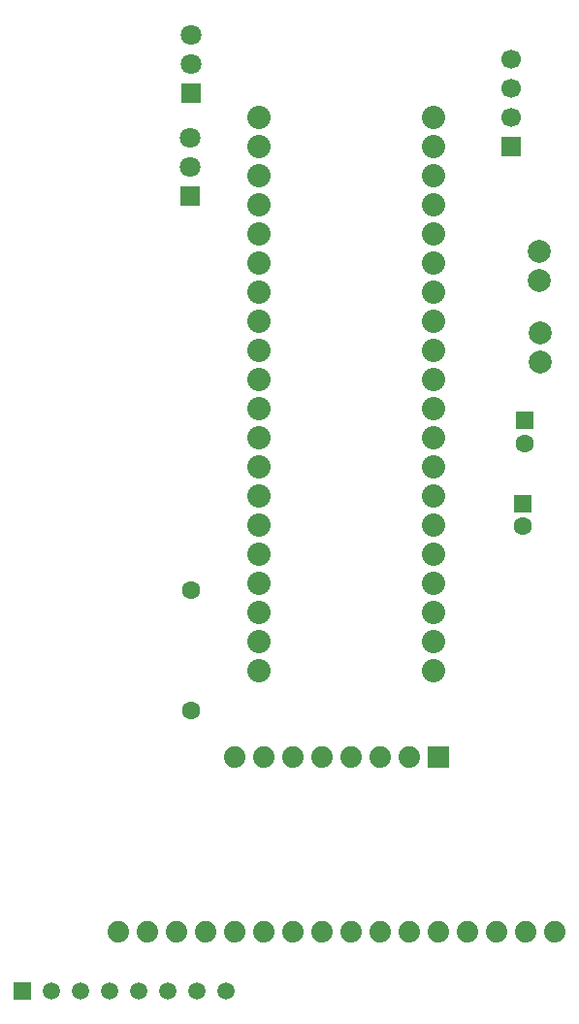
<source format=gbl>
G04 Layer: BottomLayer*
G04 EasyEDA v6.5.23, 2023-05-10 17:44:45*
G04 879318d257fd408eaa7c897814ac9686,36dc43ecd37a4a90800178a54734e8d5,10*
G04 Gerber Generator version 0.2*
G04 Scale: 100 percent, Rotated: No, Reflected: No *
G04 Dimensions in millimeters *
G04 leading zeros omitted , absolute positions ,4 integer and 5 decimal *
%FSLAX45Y45*%
%MOMM*%

%AMMACRO1*21,1,$1,$2,0,0,$3*%
%ADD10R,1.7000X1.7000*%
%ADD11C,1.7000*%
%ADD12C,1.8000*%
%ADD13R,1.8000X1.8000*%
%ADD14C,1.8796*%
%ADD15MACRO1,1.8796X1.8796X90.0000*%
%ADD16C,1.6000*%
%ADD17C,2.0320*%
%ADD18R,1.5000X1.5000*%
%ADD19C,1.5000*%
%ADD20R,1.6000X1.6000*%
%ADD21C,2.0000*%

%LPD*%
D10*
G01*
X4445000Y-1435100D03*
D11*
G01*
X4445000Y-1181100D03*
G01*
X4445000Y-927100D03*
G01*
X4445000Y-673100D03*
D12*
G01*
X1651000Y-457200D03*
G01*
X1651000Y-711200D03*
D13*
G01*
X1651000Y-965200D03*
D12*
G01*
X1638300Y-1358900D03*
G01*
X1638300Y-1612900D03*
D13*
G01*
X1638300Y-1866900D03*
D14*
G01*
X4826000Y-8280400D03*
G01*
X4572000Y-8280400D03*
G01*
X4318000Y-8280400D03*
G01*
X4064000Y-8280400D03*
G01*
X3810000Y-8280400D03*
G01*
X3556000Y-8280400D03*
G01*
X3302000Y-8280400D03*
G01*
X3048000Y-8280400D03*
G01*
X2794000Y-8280400D03*
G01*
X2540000Y-8280400D03*
G01*
X2286000Y-8280400D03*
G01*
X2032000Y-8280400D03*
G01*
X1778000Y-8280400D03*
G01*
X1524000Y-8280400D03*
G01*
X1270000Y-8280400D03*
G01*
X1016000Y-8280400D03*
D15*
G01*
X3810000Y-6756400D03*
D14*
G01*
X3556000Y-6756400D03*
G01*
X3302000Y-6756400D03*
G01*
X3048000Y-6756400D03*
G01*
X2794000Y-6756400D03*
G01*
X2540000Y-6756400D03*
G01*
X2286000Y-6756400D03*
G01*
X2032000Y-6756400D03*
D16*
G01*
X1651000Y-6354305D03*
G01*
X1651000Y-5304294D03*
D17*
G01*
X3769359Y-6004560D03*
G01*
X3769359Y-5750560D03*
G01*
X3769359Y-5496560D03*
G01*
X3769359Y-5242560D03*
G01*
X3769359Y-4988560D03*
G01*
X3769359Y-4734560D03*
G01*
X3769359Y-4480560D03*
G01*
X3769359Y-4226560D03*
G01*
X3769359Y-3972560D03*
G01*
X3769359Y-3718560D03*
G01*
X3769359Y-3464560D03*
G01*
X3769359Y-3210560D03*
G01*
X3769359Y-2956560D03*
G01*
X3769359Y-2702560D03*
G01*
X3769359Y-2448560D03*
G01*
X3769359Y-2194560D03*
G01*
X3769359Y-1940560D03*
G01*
X3769359Y-1686560D03*
G01*
X3769359Y-1432560D03*
G01*
X3769359Y-1178560D03*
G01*
X2245359Y-6004560D03*
G01*
X2245359Y-5750560D03*
G01*
X2245359Y-5496560D03*
G01*
X2245359Y-5242560D03*
G01*
X2245359Y-4988560D03*
G01*
X2245359Y-4734560D03*
G01*
X2245359Y-4480560D03*
G01*
X2245359Y-4226560D03*
G01*
X2245359Y-3972560D03*
G01*
X2245359Y-3718560D03*
G01*
X2245359Y-3464560D03*
G01*
X2245359Y-3210560D03*
G01*
X2245359Y-2956560D03*
G01*
X2245359Y-2702560D03*
G01*
X2245359Y-2448560D03*
G01*
X2245359Y-2194560D03*
G01*
X2245359Y-1940560D03*
G01*
X2245359Y-1686560D03*
G01*
X2245359Y-1432560D03*
G01*
X2245359Y-1178560D03*
D18*
G01*
X177800Y-8801100D03*
D19*
G01*
X431800Y-8801100D03*
G01*
X685800Y-8801100D03*
G01*
X939800Y-8801100D03*
G01*
X1193800Y-8801100D03*
G01*
X1447800Y-8801100D03*
G01*
X1701800Y-8801100D03*
G01*
X1955800Y-8801100D03*
D20*
G01*
X4559300Y-3824300D03*
D16*
G01*
X4559300Y-4024299D03*
D20*
G01*
X4546600Y-4548200D03*
D16*
G01*
X4546600Y-4748199D03*
D21*
G01*
X4699000Y-3060700D03*
G01*
X4699000Y-3314700D03*
G01*
X4686300Y-2603500D03*
G01*
X4686300Y-2349500D03*
M02*

</source>
